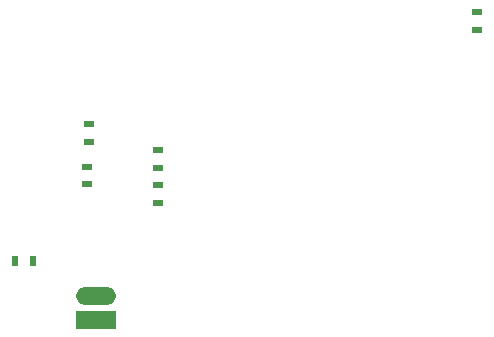
<source format=gbp>
G04*
G04 #@! TF.GenerationSoftware,Altium Limited,Altium Designer,22.7.1 (60)*
G04*
G04 Layer_Color=128*
%FSLAX44Y44*%
%MOMM*%
G71*
G04*
G04 #@! TF.SameCoordinates,8A5828DB-0F62-4D68-8539-0FC61A56A6C0*
G04*
G04*
G04 #@! TF.FilePolarity,Positive*
G04*
G01*
G75*
%ADD18R,0.6000X0.9000*%
%ADD19R,0.9000X0.6000*%
%ADD54R,3.4000X1.5000*%
%ADD55O,3.4000X1.5000*%
D18*
X58000Y256000D02*
D03*
X43000D02*
D03*
D19*
X105000Y357000D02*
D03*
Y372000D02*
D03*
X164000Y350000D02*
D03*
Y335000D02*
D03*
Y320000D02*
D03*
Y305000D02*
D03*
X104000Y336000D02*
D03*
Y321000D02*
D03*
X434000Y467000D02*
D03*
Y452000D02*
D03*
D54*
X111000Y206000D02*
D03*
D55*
Y226000D02*
D03*
M02*

</source>
